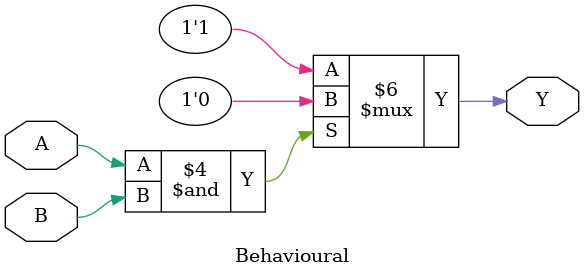
<source format=v>
module Behavioural(A,B,Y);
input A,B;
output reg Y;



always @ (A or B) 
 begin
    if(A==1'b1 & B==1'b1)
     begin
        Y=1'b0;
     end
    else
      Y=1'b1;
 end
 
 endmodule
 
 

</source>
